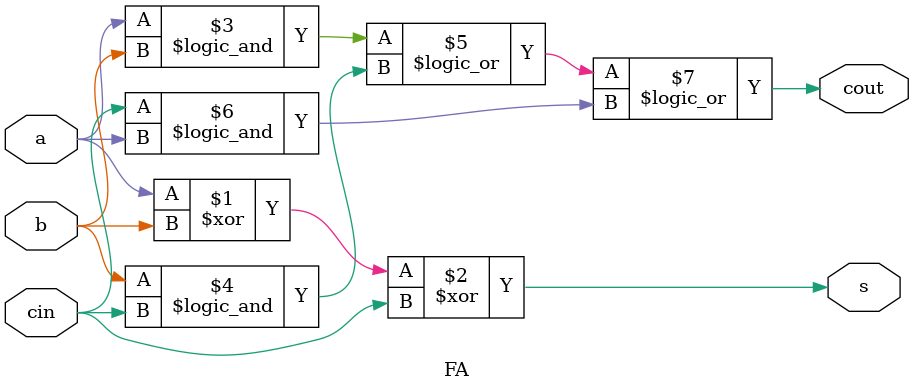
<source format=v>
`timescale 1ns / 1ps
module FA(
input a,b,cin,
output s,cout
	 );
assign s = a^b^cin;
assign cout = a&&b || b&&cin || cin&&a;

endmodule

</source>
